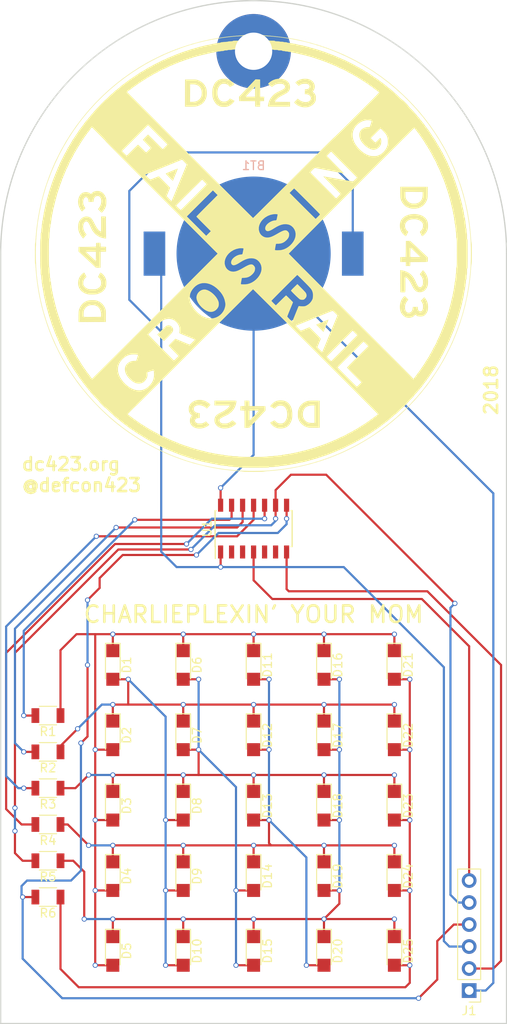
<source format=kicad_pcb>
(kicad_pcb (version 4) (host pcbnew 4.0.7)
  (layers (0 F.Cu signal) (31 B.Cu signal) (34 B.Paste user) (35 F.Paste user) (36 B.SilkS user) (37 F.SilkS user) (38 B.Mask user) (39 F.Mask user) (44 Edge.Cuts user))
  (net 0 "")
  (net 1 VCC)
  (net 2 GND)
  (net 3 /CA2)
  (net 4 /CA1)
  (net 5 /CA3)
  (net 6 /CA4)
  (net 7 /CA5)
  (net 8 /CA6)
  (net 9 /MOSI)
  (net 10 /TXI)
  (net 11 /RXI)
  (net 12 /RST)
  (net 13 "Net-(R1-Pad2)")
  (net 14 "Net-(R2-Pad2)")
  (net 15 "Net-(R3-Pad2)")
  (net 16 "Net-(R4-Pad2)")
  (net 17 "Net-(U1-Pad2)")
  (net 18 "Net-(U1-Pad3)")
  (net 19 "Net-(U1-Pad5)")
  (net 20 "Net-(U1-Pad6)")
  (module LEDs:LED_1206 (layer F.Cu) (at 131.064 121.666 270)
    (fp_text reference D1 (at 0 -1.6 270) (layer F.SilkS))
    (fp_text value LED)
    (pad 2 smd rect (at 1.65 0 90) (size 1.5 1.5) (layers F.Cu F.Paste F.Mask) (net 3 /CA2))
    (pad 1 smd rect (at -1.65 0 90) (size 1.5 1.5) (layers F.Cu F.Paste F.Mask) (net 4 /CA1))
  )
  (module LEDs:LED_1206 (layer F.Cu) (at 131.064 129.794 270)
    (fp_text reference D2 (at 0 -1.6 270) (layer F.SilkS))
    (fp_text value LED)
    (pad 2 smd rect (at 1.65 0 90) (size 1.5 1.5) (layers F.Cu F.Paste F.Mask) (net 4 /CA1))
    (pad 1 smd rect (at -1.65 0 90) (size 1.5 1.5) (layers F.Cu F.Paste F.Mask) (net 3 /CA2))
  )
  (module LEDs:LED_1206 (layer F.Cu) (at 131.064 137.922 270)
    (fp_text reference D3 (at 0 -1.6 270) (layer F.SilkS))
    (fp_text value LED)
    (pad 2 smd rect (at 1.65 0 90) (size 1.5 1.5) (layers F.Cu F.Paste F.Mask) (net 4 /CA1))
    (pad 1 smd rect (at -1.65 0 90) (size 1.5 1.5) (layers F.Cu F.Paste F.Mask) (net 5 /CA3))
  )
  (module LEDs:LED_1206 (layer F.Cu) (at 131.064 146.05 270)
    (fp_text reference D4 (at 0 -1.6 270) (layer F.SilkS))
    (fp_text value LED)
    (pad 2 smd rect (at 1.65 0 90) (size 1.5 1.5) (layers F.Cu F.Paste F.Mask) (net 4 /CA1))
    (pad 1 smd rect (at -1.65 0 90) (size 1.5 1.5) (layers F.Cu F.Paste F.Mask) (net 6 /CA4))
  )
  (module LEDs:LED_1206 (layer F.Cu) (at 131.064 154.686 270)
    (fp_text reference D5 (at 0 -1.6 270) (layer F.SilkS))
    (fp_text value LED)
    (pad 2 smd rect (at 1.65 0 90) (size 1.5 1.5) (layers F.Cu F.Paste F.Mask) (net 4 /CA1))
    (pad 1 smd rect (at -1.65 0 90) (size 1.5 1.5) (layers F.Cu F.Paste F.Mask) (net 7 /CA5))
  )
  (module LEDs:LED_1206 (layer F.Cu) (at 139.192 121.666 270)
    (fp_text reference D6 (at 0 -1.6 270) (layer F.SilkS))
    (fp_text value LED)
    (pad 2 smd rect (at 1.65 0 90) (size 1.5 1.5) (layers F.Cu F.Paste F.Mask) (net 5 /CA3))
    (pad 1 smd rect (at -1.65 0 90) (size 1.5 1.5) (layers F.Cu F.Paste F.Mask) (net 4 /CA1))
  )
  (module LEDs:LED_1206 (layer F.Cu) (at 139.192 129.794 270)
    (fp_text reference D7 (at 0 -1.6 270) (layer F.SilkS))
    (fp_text value LED)
    (pad 2 smd rect (at 1.65 0 90) (size 1.5 1.5) (layers F.Cu F.Paste F.Mask) (net 5 /CA3))
    (pad 1 smd rect (at -1.65 0 90) (size 1.5 1.5) (layers F.Cu F.Paste F.Mask) (net 3 /CA2))
  )
  (module LEDs:LED_1206 (layer F.Cu) (at 139.192 137.922 270)
    (fp_text reference D8 (at 0 -1.6 270) (layer F.SilkS))
    (fp_text value LED)
    (pad 2 smd rect (at 1.65 0 90) (size 1.5 1.5) (layers F.Cu F.Paste F.Mask) (net 3 /CA2))
    (pad 1 smd rect (at -1.65 0 90) (size 1.5 1.5) (layers F.Cu F.Paste F.Mask) (net 5 /CA3))
  )
  (module LEDs:LED_1206 (layer F.Cu) (at 139.192 146.05 270)
    (fp_text reference D9 (at 0 -1.6 270) (layer F.SilkS))
    (fp_text value LED)
    (pad 2 smd rect (at 1.65 0 90) (size 1.5 1.5) (layers F.Cu F.Paste F.Mask) (net 3 /CA2))
    (pad 1 smd rect (at -1.65 0 90) (size 1.5 1.5) (layers F.Cu F.Paste F.Mask) (net 6 /CA4))
  )
  (module LEDs:LED_1206 (layer F.Cu) (at 139.192 154.686 270)
    (fp_text reference D10 (at 0 -1.6 270) (layer F.SilkS))
    (fp_text value LED)
    (pad 2 smd rect (at 1.65 0 90) (size 1.5 1.5) (layers F.Cu F.Paste F.Mask) (net 3 /CA2))
    (pad 1 smd rect (at -1.65 0 90) (size 1.5 1.5) (layers F.Cu F.Paste F.Mask) (net 7 /CA5))
  )
  (module LEDs:LED_1206 (layer F.Cu) (at 147.32 121.666 270)
    (fp_text reference D11 (at 0 -1.6 270) (layer F.SilkS))
    (fp_text value LED)
    (pad 2 smd rect (at 1.65 0 90) (size 1.5 1.5) (layers F.Cu F.Paste F.Mask) (net 6 /CA4))
    (pad 1 smd rect (at -1.65 0 90) (size 1.5 1.5) (layers F.Cu F.Paste F.Mask) (net 4 /CA1))
  )
  (module LEDs:LED_1206 (layer F.Cu) (at 147.32 129.794 270)
    (fp_text reference D12 (at 0 -1.6 270) (layer F.SilkS))
    (fp_text value LED)
    (pad 2 smd rect (at 1.65 0 90) (size 1.5 1.5) (layers F.Cu F.Paste F.Mask) (net 6 /CA4))
    (pad 1 smd rect (at -1.65 0 90) (size 1.5 1.5) (layers F.Cu F.Paste F.Mask) (net 3 /CA2))
  )
  (module LEDs:LED_1206 (layer F.Cu) (at 147.32 137.922 270)
    (fp_text reference D13 (at 0 -1.6 270) (layer F.SilkS))
    (fp_text value LED)
    (pad 2 smd rect (at 1.65 0 90) (size 1.5 1.5) (layers F.Cu F.Paste F.Mask) (net 6 /CA4))
    (pad 1 smd rect (at -1.65 0 90) (size 1.5 1.5) (layers F.Cu F.Paste F.Mask) (net 5 /CA3))
  )
  (module LEDs:LED_1206 (layer F.Cu) (at 147.32 146.05 270)
    (fp_text reference D14 (at 0 -1.6 270) (layer F.SilkS))
    (fp_text value LED)
    (pad 2 smd rect (at 1.65 0 90) (size 1.5 1.5) (layers F.Cu F.Paste F.Mask) (net 5 /CA3))
    (pad 1 smd rect (at -1.65 0 90) (size 1.5 1.5) (layers F.Cu F.Paste F.Mask) (net 6 /CA4))
  )
  (module LEDs:LED_1206 (layer F.Cu) (at 147.32 154.686 270)
    (fp_text reference D15 (at 0 -1.6 270) (layer F.SilkS))
    (fp_text value LED)
    (pad 2 smd rect (at 1.65 0 90) (size 1.5 1.5) (layers F.Cu F.Paste F.Mask) (net 5 /CA3))
    (pad 1 smd rect (at -1.65 0 90) (size 1.5 1.5) (layers F.Cu F.Paste F.Mask) (net 7 /CA5))
  )
  (module LEDs:LED_1206 (layer F.Cu) (at 155.448 121.666 270)
    (fp_text reference D16 (at 0 -1.6 270) (layer F.SilkS))
    (fp_text value LED)
    (pad 2 smd rect (at 1.65 0 90) (size 1.5 1.5) (layers F.Cu F.Paste F.Mask) (net 7 /CA5))
    (pad 1 smd rect (at -1.65 0 90) (size 1.5 1.5) (layers F.Cu F.Paste F.Mask) (net 4 /CA1))
  )
  (module LEDs:LED_1206 (layer F.Cu) (at 155.448 129.794 270)
    (fp_text reference D17 (at 0 -1.6 270) (layer F.SilkS))
    (fp_text value LED)
    (pad 2 smd rect (at 1.65 0 90) (size 1.5 1.5) (layers F.Cu F.Paste F.Mask) (net 7 /CA5))
    (pad 1 smd rect (at -1.65 0 90) (size 1.5 1.5) (layers F.Cu F.Paste F.Mask) (net 3 /CA2))
  )
  (module LEDs:LED_1206 (layer F.Cu) (at 155.448 137.922 270)
    (fp_text reference D18 (at 0 -1.6 270) (layer F.SilkS))
    (fp_text value LED)
    (pad 2 smd rect (at 1.65 0 90) (size 1.5 1.5) (layers F.Cu F.Paste F.Mask) (net 7 /CA5))
    (pad 1 smd rect (at -1.65 0 90) (size 1.5 1.5) (layers F.Cu F.Paste F.Mask) (net 5 /CA3))
  )
  (module LEDs:LED_1206 (layer F.Cu) (at 155.448 146.05 270)
    (fp_text reference D19 (at 0 -1.6 270) (layer F.SilkS))
    (fp_text value LED)
    (pad 2 smd rect (at 1.65 0 90) (size 1.5 1.5) (layers F.Cu F.Paste F.Mask) (net 7 /CA5))
    (pad 1 smd rect (at -1.65 0 90) (size 1.5 1.5) (layers F.Cu F.Paste F.Mask) (net 6 /CA4))
  )
  (module LEDs:LED_1206 (layer F.Cu) (at 155.448 154.686 270)
    (fp_text reference D20 (at 0 -1.6 270) (layer F.SilkS))
    (fp_text value LED)
    (pad 2 smd rect (at 1.65 0 90) (size 1.5 1.5) (layers F.Cu F.Paste F.Mask) (net 6 /CA4))
    (pad 1 smd rect (at -1.65 0 90) (size 1.5 1.5) (layers F.Cu F.Paste F.Mask) (net 7 /CA5))
  )
  (module LEDs:LED_1206 (layer F.Cu) (at 163.576 121.666 270)
    (fp_text reference D21 (at 0 -1.6 270) (layer F.SilkS))
    (fp_text value LED)
    (pad 2 smd rect (at 1.65 0 90) (size 1.5 1.5) (layers F.Cu F.Paste F.Mask) (net 8 /CA6))
    (pad 1 smd rect (at -1.65 0 90) (size 1.5 1.5) (layers F.Cu F.Paste F.Mask) (net 4 /CA1))
  )
  (module LEDs:LED_1206 (layer F.Cu) (at 163.576 129.794 270)
    (fp_text reference D22 (at 0 -1.6 450) (layer F.SilkS))
    (fp_text value LED)
    (pad 2 smd rect (at 1.65 0 90) (size 1.5 1.5) (layers F.Cu F.Paste F.Mask) (net 8 /CA6))
    (pad 1 smd rect (at -1.65 0 90) (size 1.5 1.5) (layers F.Cu F.Paste F.Mask) (net 3 /CA2))
  )
  (module LEDs:LED_1206 (layer F.Cu) (at 163.576 137.922 270)
    (fp_text reference D23 (at 0 -1.6 270) (layer F.SilkS))
    (fp_text value LED)
    (pad 2 smd rect (at 1.65 0 90) (size 1.5 1.5) (layers F.Cu F.Paste F.Mask) (net 8 /CA6))
    (pad 1 smd rect (at -1.65 0 90) (size 1.5 1.5) (layers F.Cu F.Paste F.Mask) (net 5 /CA3))
  )
  (module LEDs:LED_1206 (layer F.Cu) (at 163.576 146.05 270)
    (fp_text reference D24 (at 0 -1.6 270) (layer F.SilkS))
    (fp_text value LED)
    (pad 2 smd rect (at 1.65 0 90) (size 1.5 1.5) (layers F.Cu F.Paste F.Mask) (net 8 /CA6))
    (pad 1 smd rect (at -1.65 0 90) (size 1.5 1.5) (layers F.Cu F.Paste F.Mask) (net 6 /CA4))
  )
  (module LEDs:LED_1206 (layer F.Cu) (at 163.576 154.686 270)
    (fp_text reference D25 (at 0 -1.6 270) (layer F.SilkS))
    (fp_text value LED)
    (pad 2 smd rect (at 1.65 0 90) (size 1.5 1.5) (layers F.Cu F.Paste F.Mask) (net 8 /CA6))
    (pad 1 smd rect (at -1.65 0 90) (size 1.5 1.5) (layers F.Cu F.Paste F.Mask) (net 7 /CA5))
  )
  (module Pin_Headers:Pin_Header_Straight_1x06_Pitch2.54mm (layer F.Cu) (at 172.212 159.258 180)
    (fp_text reference J1 (at 0 -2.33 180) (layer F.SilkS))
    (fp_text value "ISP Conn")
    (pad 1 thru_hole rect (at 0 0 180) (size 1.7 1.7) (drill 1) (layers *.Cu *.Mask) (net 2 GND))
    (pad 2 thru_hole oval (at 0 2.54 180) (size 1.7 1.7) (drill 1) (layers *.Cu *.Mask) (net 9 /MOSI))
    (pad 3 thru_hole oval (at 0 5.08 180) (size 1.7 1.7) (drill 1) (layers *.Cu *.Mask) (net 1 VCC))
    (pad 4 thru_hole oval (at 0 7.62 180) (size 1.7 1.7) (drill 1) (layers *.Cu *.Mask) (net 10 /TXI))
    (pad 5 thru_hole oval (at 0 10.16 180) (size 1.7 1.7) (drill 1) (layers *.Cu *.Mask) (net 11 /RXI))
    (pad 6 thru_hole oval (at 0 12.7 180) (size 1.7 1.7) (drill 1) (layers *.Cu *.Mask) (net 12 /RST))
  )
  (module Resistors_SMD:R_1206 (layer F.Cu) (at 123.571 127.508 180)
    (fp_text reference R1 (at 0 -1.85 180) (layer F.SilkS))
    (fp_text value 100)
    (pad 1 smd rect (at -1.45 0 180) (size 0.9 1.7) (layers F.Cu F.Paste F.Mask) (net 4 /CA1))
    (pad 2 smd rect (at 1.45 0 180) (size 0.9 1.7) (layers F.Cu F.Paste F.Mask) (net 13 "Net-(R1-Pad2)"))
  )
  (module Resistors_SMD:R_1206 (layer F.Cu) (at 123.571 131.699 180)
    (fp_text reference R2 (at 0 -1.85 180) (layer F.SilkS))
    (fp_text value 100)
    (pad 1 smd rect (at -1.45 0 180) (size 0.9 1.7) (layers F.Cu F.Paste F.Mask) (net 3 /CA2))
    (pad 2 smd rect (at 1.45 0 180) (size 0.9 1.7) (layers F.Cu F.Paste F.Mask) (net 14 "Net-(R2-Pad2)"))
  )
  (module Resistors_SMD:R_1206 (layer F.Cu) (at 123.571 135.89 180)
    (fp_text reference R3 (at 0 -1.85 180) (layer F.SilkS))
    (fp_text value 100)
    (pad 1 smd rect (at -1.45 0 180) (size 0.9 1.7) (layers F.Cu F.Paste F.Mask) (net 5 /CA3))
    (pad 2 smd rect (at 1.45 0 180) (size 0.9 1.7) (layers F.Cu F.Paste F.Mask) (net 15 "Net-(R3-Pad2)"))
  )
  (module Resistors_SMD:R_1206 (layer F.Cu) (at 123.571 140.081 180)
    (fp_text reference R4 (at 0 -1.85 180) (layer F.SilkS))
    (fp_text value 100)
    (pad 1 smd rect (at -1.45 0 180) (size 0.9 1.7) (layers F.Cu F.Paste F.Mask) (net 6 /CA4))
    (pad 2 smd rect (at 1.45 0 180) (size 0.9 1.7) (layers F.Cu F.Paste F.Mask) (net 16 "Net-(R4-Pad2)"))
  )
  (module Resistors_SMD:R_1206 (layer F.Cu) (at 123.571 144.272 180)
    (fp_text reference R5 (at 0 -1.85 180) (layer F.SilkS))
    (fp_text value 100)
    (pad 1 smd rect (at -1.45 0 180) (size 0.9 1.7) (layers F.Cu F.Paste F.Mask) (net 7 /CA5))
    (pad 2 smd rect (at 1.45 0 180) (size 0.9 1.7) (layers F.Cu F.Paste F.Mask) (net 11 /RXI))
  )
  (module Resistors_SMD:R_1206 (layer F.Cu) (at 123.571 148.463 180)
    (fp_text reference R6 (at 0 -1.85 180) (layer F.SilkS))
    (fp_text value 100)
    (pad 1 smd rect (at -1.45 0 180) (size 0.9 1.7) (layers F.Cu F.Paste F.Mask) (net 8 /CA6))
    (pad 2 smd rect (at 1.45 0 180) (size 0.9 1.7) (layers F.Cu F.Paste F.Mask) (net 10 /TXI))
  )
  (module Housings_SOIC:SOIC-14_3.9x8.7mm_Pitch1.27mm (layer F.Cu) (at 147.32 105.918 90)
    (fp_text reference U1 (at 0 -5.375 90) (layer F.SilkS))
    (fp_text value ATTINY841-SSU)
    (pad 1 smd rect (at -2.7 -3.81 90) (size 1.5 0.6) (layers F.Cu F.Paste F.Mask) (net 1 VCC))
    (pad 2 smd rect (at -2.7 -2.54 90) (size 1.5 0.6) (layers F.Cu F.Paste F.Mask) (net 17 "Net-(U1-Pad2)"))
    (pad 3 smd rect (at -2.7 -1.27 90) (size 1.5 0.6) (layers F.Cu F.Paste F.Mask) (net 18 "Net-(U1-Pad3)"))
    (pad 4 smd rect (at -2.7 0 90) (size 1.5 0.6) (layers F.Cu F.Paste F.Mask) (net 12 /RST))
    (pad 5 smd rect (at -2.7 1.27 90) (size 1.5 0.6) (layers F.Cu F.Paste F.Mask) (net 19 "Net-(U1-Pad5)"))
    (pad 6 smd rect (at -2.7 2.54 90) (size 1.5 0.6) (layers F.Cu F.Paste F.Mask) (net 20 "Net-(U1-Pad6)"))
    (pad 7 smd rect (at -2.7 3.81 90) (size 1.5 0.6) (layers F.Cu F.Paste F.Mask) (net 9 /MOSI))
    (pad 8 smd rect (at 2.7 3.81 90) (size 1.5 0.6) (layers F.Cu F.Paste F.Mask) (net 10 /TXI))
    (pad 9 smd rect (at 2.7 2.54 90) (size 1.5 0.6) (layers F.Cu F.Paste F.Mask) (net 11 /RXI))
    (pad 10 smd rect (at 2.7 1.27 90) (size 1.5 0.6) (layers F.Cu F.Paste F.Mask) (net 16 "Net-(R4-Pad2)"))
    (pad 11 smd rect (at 2.7 0 90) (size 1.5 0.6) (layers F.Cu F.Paste F.Mask) (net 15 "Net-(R3-Pad2)"))
    (pad 12 smd rect (at 2.7 -1.27 90) (size 1.5 0.6) (layers F.Cu F.Paste F.Mask) (net 14 "Net-(R2-Pad2)"))
    (pad 13 smd rect (at 2.7 -2.54 90) (size 1.5 0.6) (layers F.Cu F.Paste F.Mask) (net 13 "Net-(R1-Pad2)"))
    (pad 14 smd rect (at 2.7 -3.81 90) (size 1.5 0.6) (layers F.Cu F.Paste F.Mask) (net 2 GND))
  )
  (module FailRail:failrail_2x2 (layer F.Cu) (at 147.32 74.168)
    (fp_text reference F*** hide)
    (fp_text value FRail hide)
  )
  (module Mounting_Holes:MountingHole_4.3mm_M4_Pad (layer F.Cu) (at 147.32 50.8)
    (fp_text reference "" (at 0 -5.3) (layer F.SilkS))
    (fp_text value "")
    (pad 1 thru_hole circle (at 0 0) (size 8.6 8.6) (drill 4.3) (layers *.Cu *.Mask))
  )
  (module LinxBatHold:linx-bat-hld-001 (layer B.Cu) (at 147.32 74.168)
    (fp_text reference BT1 (at 0 -10.16) (layer B.SilkS) (effects (justify mirror)))
    (fp_text value CR2032 hide)
    (pad 2 smd circle (at 0 0) (size 17.8 17.8) (layers B.Cu B.Paste B.Mask) (net 2 GND))
    (pad 1 smd rect (at -11.45 0) (size 2.5 5.1) (layers B.Cu B.Paste B.Mask) (net 1 VCC))
    (pad 1 smd rect (at 11.45 0) (size 2.5 5.1) (layers B.Cu B.Paste B.Mask) (net 1 VCC))
  )
  (gr_text 2018 (at 174.752 92.964 90) (layer F.SilkS) (effects (font (size 1.5 1.5) (thickness 0.3)) (justify left)))
  (gr_text "dc423.org\n@defcon423" (at 120.396 99.695) (layer F.SilkS) (effects (font (size 1.5 1.5) (thickness 0.3)) (justify left)))
  (gr_text "CHARLIEPLEXIN' YOUR MOM" (at 147.32 115.824) (layer F.SilkS) (effects (font (size 1.905 1.905) (thickness 0.3))))
  (gr_line (start 176.53 163.068) (end 176.53 74.168) (angle 90) (layer Edge.Cuts) (width 0.15))
  (gr_line (start 118.11 163.068) (end 176.53 163.068) (angle 90) (layer Edge.Cuts) (width 0.15))
  (gr_line (start 118.11 74.168) (end 118.11 163.068) (angle 90) (layer Edge.Cuts) (width 0.15))
  (gr_arc (start 147.32 74.168) (end 147.32 44.958) (angle 90) (layer Edge.Cuts) (width 0.15))
  (gr_arc (start 147.32 74.168) (end 118.11 74.168) (angle 90) (layer Edge.Cuts) (width 0.15))
  (segment (start 158.77 74.168) (end 158.77 66.314) (width 0.25) (layer B.Cu) (net 1))
  (segment (start 132.969 79.502) (end 136.652 83.185) (width 0.25) (layer B.Cu) (net 1))
  (segment (start 132.969 66.929) (end 132.969 79.502) (width 0.25) (layer B.Cu) (net 1))
  (segment (start 137.414 62.484) (end 132.969 66.929) (width 0.25) (layer B.Cu) (net 1))
  (segment (start 154.94 62.484) (end 137.414 62.484) (width 0.25) (layer B.Cu) (net 1))
  (segment (start 158.77 66.314) (end 154.94 62.484) (width 0.25) (layer B.Cu) (net 1))
  (segment (start 143.51 110.363) (end 138.43 110.363) (width 0.25) (layer B.Cu) (net 1))
  (segment (start 136.652 108.585) (end 136.652 83.185) (width 0.25) (layer B.Cu) (net 1))
  (segment (start 136.652 83.185) (end 136.652 74.95) (width 0.25) (layer B.Cu) (net 1))
  (segment (start 138.43 110.363) (end 136.652 108.585) (width 0.25) (layer B.Cu) (net 1))
  (segment (start 136.652 74.95) (end 135.87 74.168) (width 0.25) (layer B.Cu) (net 1))
  (segment (start 143.51 110.363) (end 157.734 110.363) (width 0.25) (layer B.Cu) (net 1))
  (segment (start 169.926 154.178) (end 172.212 154.178) (width 0.25) (layer B.Cu) (net 1))
  (segment (start 169.291 153.543) (end 169.926 154.178) (width 0.25) (layer B.Cu) (net 1))
  (segment (start 169.291 121.92) (end 169.291 153.543) (width 0.25) (layer B.Cu) (net 1))
  (segment (start 157.734 110.363) (end 169.291 121.92) (width 0.25) (layer B.Cu) (net 1))
  (segment (start 143.51 108.618) (end 143.51 110.363) (width 0.25) (layer F.Cu) (net 1))
  (via (at 143.51 110.363) (size 0.6) (drill 0.4) (layers F.Cu B.Cu) (net 1))
  (segment (start 172.212 159.258) (end 174.117 159.258) (width 0.25) (layer B.Cu) (net 2))
  (segment (start 175.006 101.854) (end 147.32 74.168) (width 0.25) (layer B.Cu) (net 2))
  (segment (start 175.006 158.369) (end 175.006 101.854) (width 0.25) (layer B.Cu) (net 2))
  (segment (start 174.117 159.258) (end 175.006 158.369) (width 0.25) (layer B.Cu) (net 2))
  (segment (start 143.51 103.218) (end 143.51 101.219) (width 0.25) (layer F.Cu) (net 2))
  (segment (start 147.32 97.409) (end 147.32 74.168) (width 0.25) (layer B.Cu) (net 2))
  (segment (start 143.51 101.219) (end 147.32 97.409) (width 0.25) (layer B.Cu) (net 2))
  (via (at 143.51 101.219) (size 0.6) (drill 0.4) (layers F.Cu B.Cu) (net 2))
  (segment (start 137.16 139.573) (end 137.16 127.635) (width 0.25) (layer B.Cu) (net 3))
  (via (at 132.842 123.317) (size 0.6) (drill 0.4) (layers F.Cu B.Cu) (net 3))
  (segment (start 137.16 127.635) (end 132.842 123.317) (width 0.25) (layer B.Cu) (net 3))
  (segment (start 137.16 147.701) (end 137.16 156.337) (width 0.25) (layer B.Cu) (net 3))
  (segment (start 137.161 156.336) (end 137.16 156.337) (width 0.25) (layer F.Cu) (net 3))
  (via (at 137.16 156.337) (size 0.6) (drill 0.4) (layers F.Cu B.Cu) (net 3))
  (segment (start 137.161 156.336) (end 139.192 156.336) (width 0.25) (layer F.Cu) (net 3))
  (segment (start 137.16 147.701) (end 137.16 139.573) (width 0.25) (layer B.Cu) (net 3))
  (segment (start 125.021 131.699) (end 125.021 131.011) (width 0.25) (layer F.Cu) (net 3))
  (segment (start 125.021 131.011) (end 127 129.032) (width 0.25) (layer F.Cu) (net 3))
  (via (at 127 129.032) (size 0.6) (drill 0.4) (layers F.Cu B.Cu) (net 3))
  (segment (start 127 129.032) (end 129.794 126.238) (width 0.25) (layer B.Cu) (net 3))
  (segment (start 129.794 126.238) (end 131.064 126.238) (width 0.25) (layer B.Cu) (net 3))
  (segment (start 132.842 126.238) (end 132.842 123.317) (width 0.25) (layer F.Cu) (net 3))
  (segment (start 132.841 123.316) (end 131.064 123.316) (width 0.25) (layer F.Cu) (net 3))
  (segment (start 132.841 123.316) (end 132.842 123.317) (width 0.25) (layer F.Cu) (net 3))
  (segment (start 139.192 126.238) (end 132.842 126.238) (width 0.25) (layer F.Cu) (net 3))
  (segment (start 132.842 126.238) (end 131.064 126.238) (width 0.25) (layer F.Cu) (net 3))
  (via (at 131.064 126.238) (size 0.6) (drill 0.4) (layers F.Cu B.Cu) (net 3))
  (segment (start 131.064 126.238) (end 131.064 128.144) (width 0.25) (layer F.Cu) (net 3))
  (via (at 139.192 126.238) (size 0.6) (drill 0.4) (layers F.Cu B.Cu) (net 3))
  (segment (start 139.192 126.238) (end 147.32 126.238) (width 0.25) (layer F.Cu) (net 3))
  (segment (start 147.32 126.238) (end 155.448 126.238) (width 0.25) (layer F.Cu) (net 3))
  (segment (start 155.448 126.238) (end 163.576 126.238) (width 0.25) (layer F.Cu) (net 3))
  (segment (start 139.192 139.572) (end 137.161 139.572) (width 0.25) (layer F.Cu) (net 3))
  (via (at 137.16 139.573) (size 0.6) (drill 0.4) (layers F.Cu B.Cu) (net 3))
  (segment (start 137.161 139.572) (end 137.16 139.573) (width 0.25) (layer F.Cu) (net 3))
  (segment (start 139.192 147.7) (end 137.161 147.7) (width 0.25) (layer F.Cu) (net 3))
  (via (at 137.16 147.701) (size 0.6) (drill 0.4) (layers F.Cu B.Cu) (net 3))
  (segment (start 137.161 147.7) (end 137.16 147.701) (width 0.25) (layer F.Cu) (net 3))
  (segment (start 163.576 128.144) (end 163.576 126.238) (width 0.25) (layer F.Cu) (net 3))
  (via (at 163.576 126.238) (size 0.6) (drill 0.4) (layers F.Cu B.Cu) (net 3))
  (segment (start 155.448 128.144) (end 155.448 126.238) (width 0.25) (layer F.Cu) (net 3))
  (via (at 155.448 126.238) (size 0.6) (drill 0.4) (layers F.Cu B.Cu) (net 3))
  (segment (start 147.32 128.144) (end 147.32 126.238) (width 0.25) (layer F.Cu) (net 3))
  (via (at 147.32 126.238) (size 0.6) (drill 0.4) (layers F.Cu B.Cu) (net 3))
  (segment (start 139.192 128.144) (end 139.192 126.238) (width 0.25) (layer F.Cu) (net 3))
  (segment (start 129.032 118.11) (end 131.064 118.11) (width 0.25) (layer F.Cu) (net 4))
  (via (at 131.064 118.11) (size 0.6) (drill 0.4) (layers F.Cu B.Cu) (net 4))
  (segment (start 131.064 120.016) (end 131.064 118.11) (width 0.25) (layer F.Cu) (net 4))
  (via (at 139.192 118.11) (size 0.6) (drill 0.4) (layers F.Cu B.Cu) (net 4))
  (segment (start 131.064 118.11) (end 139.192 118.11) (width 0.25) (layer F.Cu) (net 4))
  (segment (start 139.192 120.016) (end 139.192 118.11) (width 0.25) (layer F.Cu) (net 4))
  (segment (start 129.032 131.445) (end 129.032 139.573) (width 0.25) (layer F.Cu) (net 4))
  (via (at 129.032 139.573) (size 0.6) (drill 0.4) (layers F.Cu B.Cu) (net 4))
  (segment (start 129.033 139.572) (end 129.032 139.573) (width 0.25) (layer F.Cu) (net 4))
  (segment (start 131.064 139.572) (end 129.033 139.572) (width 0.25) (layer F.Cu) (net 4))
  (via (at 129.032 147.701) (size 0.6) (drill 0.4) (layers F.Cu B.Cu) (net 4))
  (segment (start 129.032 139.573) (end 129.032 147.701) (width 0.25) (layer F.Cu) (net 4))
  (via (at 129.032 131.445) (size 0.6) (drill 0.4) (layers F.Cu B.Cu) (net 4))
  (segment (start 129.032 147.701) (end 129.032 156.337) (width 0.25) (layer F.Cu) (net 4))
  (segment (start 129.032 118.11) (end 129.032 131.445) (width 0.25) (layer F.Cu) (net 4))
  (segment (start 129.033 131.444) (end 129.032 131.445) (width 0.25) (layer F.Cu) (net 4))
  (segment (start 129.033 131.444) (end 131.064 131.444) (width 0.25) (layer F.Cu) (net 4))
  (segment (start 125.021 127.508) (end 125.021 119.962) (width 0.25) (layer F.Cu) (net 4))
  (segment (start 126.873 118.11) (end 129.032 118.11) (width 0.25) (layer F.Cu) (net 4))
  (segment (start 125.021 119.962) (end 126.873 118.11) (width 0.25) (layer F.Cu) (net 4))
  (segment (start 139.192 118.11) (end 147.32 118.11) (width 0.25) (layer F.Cu) (net 4))
  (segment (start 147.32 118.11) (end 155.448 118.11) (width 0.25) (layer F.Cu) (net 4))
  (segment (start 155.448 118.11) (end 163.576 118.11) (width 0.25) (layer F.Cu) (net 4))
  (segment (start 131.064 147.7) (end 129.033 147.7) (width 0.25) (layer F.Cu) (net 4))
  (segment (start 129.033 147.7) (end 129.032 147.701) (width 0.25) (layer F.Cu) (net 4))
  (segment (start 131.064 156.336) (end 129.033 156.336) (width 0.25) (layer F.Cu) (net 4))
  (via (at 129.032 156.337) (size 0.6) (drill 0.4) (layers F.Cu B.Cu) (net 4))
  (segment (start 129.033 156.336) (end 129.032 156.337) (width 0.25) (layer F.Cu) (net 4))
  (segment (start 163.576 120.016) (end 163.576 118.11) (width 0.25) (layer F.Cu) (net 4))
  (via (at 163.576 118.11) (size 0.6) (drill 0.4) (layers F.Cu B.Cu) (net 4))
  (segment (start 155.448 120.016) (end 155.448 118.11) (width 0.25) (layer F.Cu) (net 4))
  (via (at 155.448 118.11) (size 0.6) (drill 0.4) (layers F.Cu B.Cu) (net 4))
  (segment (start 147.32 120.016) (end 147.32 118.11) (width 0.25) (layer F.Cu) (net 4))
  (via (at 147.32 118.11) (size 0.6) (drill 0.4) (layers F.Cu B.Cu) (net 4))
  (segment (start 145.288 147.701) (end 145.288 135.763) (width 0.25) (layer B.Cu) (net 5))
  (segment (start 145.288 135.763) (end 140.97 131.445) (width 0.25) (layer B.Cu) (net 5))
  (segment (start 145.288 156.337) (end 145.288 147.701) (width 0.25) (layer B.Cu) (net 5))
  (segment (start 145.289 156.336) (end 145.288 156.337) (width 0.25) (layer F.Cu) (net 5))
  (via (at 145.288 156.337) (size 0.6) (drill 0.4) (layers F.Cu B.Cu) (net 5))
  (segment (start 147.32 156.336) (end 145.289 156.336) (width 0.25) (layer F.Cu) (net 5))
  (segment (start 145.289 147.7) (end 145.288 147.701) (width 0.25) (layer F.Cu) (net 5))
  (via (at 145.288 147.701) (size 0.6) (drill 0.4) (layers F.Cu B.Cu) (net 5))
  (segment (start 145.289 147.7) (end 147.32 147.7) (width 0.25) (layer F.Cu) (net 5))
  (segment (start 140.97 131.445) (end 140.97 123.317) (width 0.25) (layer B.Cu) (net 5))
  (segment (start 140.969 123.316) (end 139.192 123.316) (width 0.25) (layer F.Cu) (net 5))
  (via (at 140.97 123.317) (size 0.6) (drill 0.4) (layers F.Cu B.Cu) (net 5))
  (segment (start 140.969 123.316) (end 140.97 123.317) (width 0.25) (layer F.Cu) (net 5))
  (via (at 140.97 131.445) (size 0.6) (drill 0.4) (layers F.Cu B.Cu) (net 5))
  (segment (start 125.021 135.89) (end 126.746 135.89) (width 0.25) (layer F.Cu) (net 5))
  (via (at 131.064 134.366) (size 0.6) (drill 0.4) (layers F.Cu B.Cu) (net 5))
  (segment (start 128.27 134.366) (end 131.064 134.366) (width 0.25) (layer B.Cu) (net 5))
  (via (at 128.27 134.366) (size 0.6) (drill 0.4) (layers F.Cu B.Cu) (net 5))
  (segment (start 126.746 135.89) (end 128.27 134.366) (width 0.25) (layer F.Cu) (net 5))
  (segment (start 140.97 134.366) (end 140.97 131.445) (width 0.25) (layer F.Cu) (net 5))
  (segment (start 140.969 131.444) (end 140.97 131.445) (width 0.25) (layer F.Cu) (net 5))
  (segment (start 140.969 131.444) (end 139.192 131.444) (width 0.25) (layer F.Cu) (net 5))
  (segment (start 139.192 134.366) (end 131.064 134.366) (width 0.25) (layer F.Cu) (net 5))
  (segment (start 131.064 134.366) (end 131.064 136.272) (width 0.25) (layer F.Cu) (net 5))
  (via (at 139.192 134.366) (size 0.6) (drill 0.4) (layers F.Cu B.Cu) (net 5))
  (segment (start 139.192 134.366) (end 140.97 134.366) (width 0.25) (layer F.Cu) (net 5))
  (segment (start 140.97 134.366) (end 147.32 134.366) (width 0.25) (layer F.Cu) (net 5))
  (segment (start 147.32 134.366) (end 155.448 134.366) (width 0.25) (layer F.Cu) (net 5))
  (segment (start 155.448 134.366) (end 163.576 134.366) (width 0.25) (layer F.Cu) (net 5))
  (segment (start 163.576 136.272) (end 163.576 134.366) (width 0.25) (layer F.Cu) (net 5))
  (via (at 163.576 134.366) (size 0.6) (drill 0.4) (layers F.Cu B.Cu) (net 5))
  (segment (start 155.448 136.272) (end 155.448 134.366) (width 0.25) (layer F.Cu) (net 5))
  (via (at 155.448 134.366) (size 0.6) (drill 0.4) (layers F.Cu B.Cu) (net 5))
  (segment (start 147.32 136.272) (end 147.32 134.366) (width 0.25) (layer F.Cu) (net 5))
  (via (at 147.32 134.366) (size 0.6) (drill 0.4) (layers F.Cu B.Cu) (net 5))
  (segment (start 139.192 136.272) (end 139.192 134.366) (width 0.25) (layer F.Cu) (net 5))
  (segment (start 130.682 135.89) (end 131.064 136.272) (width 0.25) (layer F.Cu) (net 5))
  (segment (start 153.416 156.337) (end 153.416 143.891) (width 0.25) (layer B.Cu) (net 6))
  (segment (start 153.417 156.336) (end 153.416 156.337) (width 0.25) (layer F.Cu) (net 6))
  (via (at 153.416 156.337) (size 0.6) (drill 0.4) (layers F.Cu B.Cu) (net 6))
  (segment (start 155.448 156.336) (end 153.417 156.336) (width 0.25) (layer F.Cu) (net 6))
  (segment (start 153.416 143.891) (end 149.098 139.573) (width 0.25) (layer B.Cu) (net 6))
  (segment (start 149.098 131.445) (end 149.098 139.573) (width 0.25) (layer B.Cu) (net 6))
  (via (at 149.098 139.573) (size 0.6) (drill 0.4) (layers F.Cu B.Cu) (net 6))
  (segment (start 149.098 123.317) (end 149.098 131.445) (width 0.25) (layer B.Cu) (net 6))
  (segment (start 149.097 131.444) (end 149.098 131.445) (width 0.25) (layer F.Cu) (net 6))
  (via (at 149.098 131.445) (size 0.6) (drill 0.4) (layers F.Cu B.Cu) (net 6))
  (segment (start 147.32 131.444) (end 149.097 131.444) (width 0.25) (layer F.Cu) (net 6))
  (segment (start 149.097 123.316) (end 149.098 123.317) (width 0.25) (layer F.Cu) (net 6))
  (via (at 149.098 123.317) (size 0.6) (drill 0.4) (layers F.Cu B.Cu) (net 6))
  (segment (start 149.097 123.316) (end 147.32 123.316) (width 0.25) (layer F.Cu) (net 6))
  (segment (start 151.257 142.494) (end 151.384 142.494) (width 0.25) (layer F.Cu) (net 6))
  (segment (start 151.384 142.494) (end 151.257 142.494) (width 0.25) (layer F.Cu) (net 6))
  (segment (start 125.021 140.081) (end 125.857 140.081) (width 0.25) (layer F.Cu) (net 6))
  (via (at 131.064 142.494) (size 0.6) (drill 0.4) (layers F.Cu B.Cu) (net 6))
  (segment (start 128.27 142.494) (end 131.064 142.494) (width 0.25) (layer B.Cu) (net 6))
  (via (at 128.27 142.494) (size 0.6) (drill 0.4) (layers F.Cu B.Cu) (net 6))
  (segment (start 125.857 140.081) (end 128.27 142.494) (width 0.25) (layer F.Cu) (net 6))
  (segment (start 149.098 139.573) (end 149.098 142.24) (width 0.25) (layer F.Cu) (net 6))
  (segment (start 149.098 142.24) (end 149.352 142.494) (width 0.25) (layer F.Cu) (net 6))
  (segment (start 149.097 139.572) (end 149.098 139.573) (width 0.25) (layer F.Cu) (net 6))
  (segment (start 147.32 139.572) (end 149.097 139.572) (width 0.25) (layer F.Cu) (net 6))
  (segment (start 139.192 142.494) (end 131.064 142.494) (width 0.25) (layer F.Cu) (net 6))
  (segment (start 131.064 142.494) (end 131.064 144.4) (width 0.25) (layer F.Cu) (net 6))
  (via (at 139.192 142.494) (size 0.6) (drill 0.4) (layers F.Cu B.Cu) (net 6))
  (segment (start 139.192 142.494) (end 147.32 142.494) (width 0.25) (layer F.Cu) (net 6))
  (segment (start 147.32 142.494) (end 149.352 142.494) (width 0.25) (layer F.Cu) (net 6))
  (segment (start 149.352 142.494) (end 151.257 142.494) (width 0.25) (layer F.Cu) (net 6))
  (segment (start 151.257 142.494) (end 155.448 142.494) (width 0.25) (layer F.Cu) (net 6))
  (segment (start 155.448 142.494) (end 163.576 142.494) (width 0.25) (layer F.Cu) (net 6))
  (segment (start 163.576 144.4) (end 163.576 142.494) (width 0.25) (layer F.Cu) (net 6))
  (via (at 163.576 142.494) (size 0.6) (drill 0.4) (layers F.Cu B.Cu) (net 6))
  (segment (start 155.448 144.4) (end 155.448 142.494) (width 0.25) (layer F.Cu) (net 6))
  (via (at 155.448 142.494) (size 0.6) (drill 0.4) (layers F.Cu B.Cu) (net 6))
  (segment (start 147.32 144.4) (end 147.32 142.494) (width 0.25) (layer F.Cu) (net 6))
  (via (at 147.32 142.494) (size 0.6) (drill 0.4) (layers F.Cu B.Cu) (net 6))
  (segment (start 139.192 144.4) (end 139.192 142.494) (width 0.25) (layer F.Cu) (net 6))
  (segment (start 155.448 151.003) (end 157.226 149.225) (width 0.25) (layer F.Cu) (net 7))
  (via (at 155.448 151.003) (size 0.6) (drill 0.4) (layers F.Cu B.Cu) (net 7))
  (segment (start 157.226 149.225) (end 157.226 147.701) (width 0.25) (layer F.Cu) (net 7))
  (segment (start 155.448 147.7) (end 157.225 147.7) (width 0.25) (layer F.Cu) (net 7))
  (segment (start 157.225 147.7) (end 157.226 147.701) (width 0.25) (layer F.Cu) (net 7))
  (segment (start 155.448 153.036) (end 155.448 151.003) (width 0.25) (layer F.Cu) (net 7))
  (segment (start 157.226 131.445) (end 157.226 123.317) (width 0.25) (layer B.Cu) (net 7))
  (segment (start 157.225 123.316) (end 157.226 123.317) (width 0.25) (layer F.Cu) (net 7))
  (via (at 157.226 123.317) (size 0.6) (drill 0.4) (layers F.Cu B.Cu) (net 7))
  (segment (start 157.225 123.316) (end 155.448 123.316) (width 0.25) (layer F.Cu) (net 7))
  (segment (start 157.226 131.445) (end 157.226 139.573) (width 0.25) (layer B.Cu) (net 7))
  (segment (start 157.226 139.573) (end 157.226 147.701) (width 0.25) (layer B.Cu) (net 7))
  (via (at 157.226 147.701) (size 0.6) (drill 0.4) (layers F.Cu B.Cu) (net 7))
  (segment (start 125.021 144.272) (end 126.492 144.272) (width 0.25) (layer F.Cu) (net 7))
  (via (at 131.064 151.003) (size 0.6) (drill 0.4) (layers F.Cu B.Cu) (net 7))
  (segment (start 127.762 151.003) (end 131.064 151.003) (width 0.25) (layer B.Cu) (net 7))
  (via (at 127.762 151.003) (size 0.6) (drill 0.4) (layers F.Cu B.Cu) (net 7))
  (segment (start 127.762 145.542) (end 127.762 151.003) (width 0.25) (layer F.Cu) (net 7))
  (segment (start 126.492 144.272) (end 127.762 145.542) (width 0.25) (layer F.Cu) (net 7))
  (segment (start 139.192 151.003) (end 131.064 151.003) (width 0.25) (layer F.Cu) (net 7))
  (segment (start 131.064 151.003) (end 131.064 153.036) (width 0.25) (layer F.Cu) (net 7))
  (via (at 139.192 151.003) (size 0.6) (drill 0.4) (layers F.Cu B.Cu) (net 7))
  (segment (start 139.192 151.003) (end 147.32 151.003) (width 0.25) (layer F.Cu) (net 7))
  (segment (start 147.32 151.003) (end 155.448 151.003) (width 0.25) (layer F.Cu) (net 7))
  (segment (start 155.448 151.003) (end 163.576 151.003) (width 0.25) (layer F.Cu) (net 7))
  (segment (start 155.448 131.444) (end 157.225 131.444) (width 0.25) (layer F.Cu) (net 7))
  (via (at 157.226 131.445) (size 0.6) (drill 0.4) (layers F.Cu B.Cu) (net 7))
  (segment (start 157.225 131.444) (end 157.226 131.445) (width 0.25) (layer F.Cu) (net 7))
  (segment (start 155.448 139.572) (end 157.225 139.572) (width 0.25) (layer F.Cu) (net 7))
  (via (at 157.226 139.573) (size 0.6) (drill 0.4) (layers F.Cu B.Cu) (net 7))
  (segment (start 157.225 139.572) (end 157.226 139.573) (width 0.25) (layer F.Cu) (net 7))
  (segment (start 163.576 153.036) (end 163.576 151.003) (width 0.25) (layer F.Cu) (net 7))
  (via (at 163.576 151.003) (size 0.6) (drill 0.4) (layers F.Cu B.Cu) (net 7))
  (segment (start 147.32 153.036) (end 147.32 151.003) (width 0.25) (layer F.Cu) (net 7))
  (via (at 147.32 151.003) (size 0.6) (drill 0.4) (layers F.Cu B.Cu) (net 7))
  (segment (start 139.192 153.036) (end 139.192 151.003) (width 0.25) (layer F.Cu) (net 7))
  (segment (start 165.354 156.337) (end 165.354 158.369) (width 0.25) (layer F.Cu) (net 8))
  (via (at 165.354 156.337) (size 0.6) (drill 0.4) (layers F.Cu B.Cu) (net 8))
  (segment (start 125.021 156.771) (end 125.021 148.463) (width 0.25) (layer F.Cu) (net 8))
  (segment (start 127.127 158.877) (end 125.021 156.771) (width 0.25) (layer F.Cu) (net 8))
  (segment (start 164.846 158.877) (end 127.127 158.877) (width 0.25) (layer F.Cu) (net 8))
  (segment (start 165.354 158.369) (end 164.846 158.877) (width 0.25) (layer F.Cu) (net 8))
  (segment (start 165.354 147.701) (end 165.354 156.337) (width 0.25) (layer F.Cu) (net 8))
  (via (at 165.354 147.701) (size 0.6) (drill 0.4) (layers F.Cu B.Cu) (net 8))
  (segment (start 165.353 156.336) (end 165.354 156.337) (width 0.25) (layer F.Cu) (net 8))
  (segment (start 165.353 156.336) (end 163.576 156.336) (width 0.25) (layer F.Cu) (net 8))
  (segment (start 165.354 147.701) (end 165.354 139.573) (width 0.25) (layer F.Cu) (net 8))
  (segment (start 165.354 139.573) (end 165.354 131.445) (width 0.25) (layer F.Cu) (net 8))
  (segment (start 165.354 131.445) (end 165.354 123.317) (width 0.25) (layer F.Cu) (net 8))
  (segment (start 163.576 123.316) (end 165.353 123.316) (width 0.25) (layer F.Cu) (net 8))
  (via (at 165.354 123.317) (size 0.6) (drill 0.4) (layers F.Cu B.Cu) (net 8))
  (segment (start 165.353 123.316) (end 165.354 123.317) (width 0.25) (layer F.Cu) (net 8))
  (segment (start 163.576 131.444) (end 165.353 131.444) (width 0.25) (layer F.Cu) (net 8))
  (via (at 165.354 131.445) (size 0.6) (drill 0.4) (layers F.Cu B.Cu) (net 8))
  (segment (start 165.353 131.444) (end 165.354 131.445) (width 0.25) (layer F.Cu) (net 8))
  (segment (start 163.576 139.572) (end 165.353 139.572) (width 0.25) (layer F.Cu) (net 8))
  (via (at 165.354 139.573) (size 0.6) (drill 0.4) (layers F.Cu B.Cu) (net 8))
  (segment (start 165.353 139.572) (end 165.354 139.573) (width 0.25) (layer F.Cu) (net 8))
  (segment (start 163.576 147.7) (end 165.353 147.7) (width 0.25) (layer F.Cu) (net 8))
  (segment (start 165.353 147.7) (end 165.354 147.701) (width 0.25) (layer F.Cu) (net 8))
  (segment (start 151.13 108.618) (end 151.13 112.903) (width 0.25) (layer F.Cu) (net 9))
  (segment (start 175.006 156.718) (end 172.212 156.718) (width 0.25) (layer F.Cu) (net 9))
  (segment (start 175.895 155.829) (end 175.006 156.718) (width 0.25) (layer F.Cu) (net 9))
  (segment (start 175.895 121.666) (end 175.895 155.829) (width 0.25) (layer F.Cu) (net 9))
  (segment (start 167.386 113.157) (end 175.895 121.666) (width 0.25) (layer F.Cu) (net 9))
  (segment (start 151.384 113.157) (end 167.386 113.157) (width 0.25) (layer F.Cu) (net 9))
  (segment (start 151.13 112.903) (end 151.384 113.157) (width 0.25) (layer F.Cu) (net 9))
  (segment (start 170.434 151.638) (end 172.212 151.638) (width 0.25) (layer F.Cu) (net 10))
  (segment (start 168.529 153.543) (end 170.434 151.638) (width 0.25) (layer F.Cu) (net 10))
  (segment (start 168.529 157.988) (end 168.529 153.543) (width 0.25) (layer F.Cu) (net 10))
  (segment (start 166.37 160.147) (end 168.529 157.988) (width 0.25) (layer F.Cu) (net 10))
  (via (at 166.37 160.147) (size 0.6) (drill 0.4) (layers F.Cu B.Cu) (net 10))
  (segment (start 125.222 160.147) (end 166.37 160.147) (width 0.25) (layer B.Cu) (net 10))
  (segment (start 120.65 155.575) (end 125.222 160.147) (width 0.25) (layer B.Cu) (net 10))
  (segment (start 120.65 148.463) (end 120.65 155.575) (width 0.25) (layer B.Cu) (net 10))
  (segment (start 122.121 148.463) (end 120.777 148.463) (width 0.25) (layer F.Cu) (net 10))
  (segment (start 151.13 105.41) (end 150.114 106.426) (width 0.25) (layer B.Cu) (net 10))
  (segment (start 150.114 106.426) (end 143.256 106.426) (width 0.25) (layer B.Cu) (net 10))
  (segment (start 143.256 106.426) (end 140.716 108.966) (width 0.25) (layer B.Cu) (net 10))
  (via (at 140.716 108.966) (size 0.6) (drill 0.4) (layers F.Cu B.Cu) (net 10))
  (segment (start 151.13 104.775) (end 151.13 103.218) (width 0.25) (layer F.Cu) (net 10))
  (via (at 151.13 104.775) (size 0.6) (drill 0.4) (layers F.Cu B.Cu) (net 10))
  (segment (start 151.13 104.775) (end 151.13 105.41) (width 0.25) (layer B.Cu) (net 10))
  (segment (start 132.207 108.966) (end 140.716 108.966) (width 0.25) (layer F.Cu) (net 10))
  (segment (start 129.54 111.633) (end 132.207 108.966) (width 0.25) (layer F.Cu) (net 10))
  (segment (start 129.54 112.776) (end 129.54 111.633) (width 0.25) (layer F.Cu) (net 10))
  (segment (start 128.143 114.173) (end 129.54 112.776) (width 0.25) (layer F.Cu) (net 10))
  (via (at 128.143 114.173) (size 0.6) (drill 0.4) (layers F.Cu B.Cu) (net 10))
  (segment (start 128.143 121.666) (end 128.143 114.173) (width 0.25) (layer B.Cu) (net 10))
  (via (at 128.143 121.666) (size 0.6) (drill 0.4) (layers F.Cu B.Cu) (net 10))
  (segment (start 128.143 129.921) (end 128.143 121.666) (width 0.25) (layer F.Cu) (net 10))
  (segment (start 127.381 130.683) (end 128.143 129.921) (width 0.25) (layer F.Cu) (net 10))
  (via (at 127.381 130.683) (size 0.6) (drill 0.4) (layers F.Cu B.Cu) (net 10))
  (segment (start 127.381 145.415) (end 127.381 130.683) (width 0.25) (layer B.Cu) (net 10))
  (segment (start 126.238 146.558) (end 127.381 145.415) (width 0.25) (layer B.Cu) (net 10))
  (segment (start 121.158 146.558) (end 126.238 146.558) (width 0.25) (layer B.Cu) (net 10))
  (segment (start 120.523 147.193) (end 121.158 146.558) (width 0.25) (layer B.Cu) (net 10))
  (segment (start 120.523 148.336) (end 120.523 147.193) (width 0.25) (layer B.Cu) (net 10))
  (segment (start 120.65 148.463) (end 120.523 148.336) (width 0.25) (layer B.Cu) (net 10))
  (via (at 120.65 148.463) (size 0.6) (drill 0.4) (layers F.Cu B.Cu) (net 10))
  (segment (start 120.777 148.463) (end 120.65 148.463) (width 0.25) (layer F.Cu) (net 10))
  (segment (start 170.942 149.098) (end 172.212 149.098) (width 0.25) (layer B.Cu) (net 11))
  (segment (start 170.053 148.209) (end 170.942 149.098) (width 0.25) (layer B.Cu) (net 11))
  (segment (start 170.053 115.062) (end 170.053 148.209) (width 0.25) (layer B.Cu) (net 11))
  (segment (start 170.561 114.554) (end 170.053 115.062) (width 0.25) (layer B.Cu) (net 11))
  (via (at 170.561 114.554) (size 0.6) (drill 0.4) (layers F.Cu B.Cu) (net 11))
  (segment (start 155.702 99.695) (end 170.561 114.554) (width 0.25) (layer F.Cu) (net 11))
  (segment (start 151.638 99.695) (end 155.702 99.695) (width 0.25) (layer F.Cu) (net 11))
  (segment (start 149.86 101.473) (end 151.638 99.695) (width 0.25) (layer F.Cu) (net 11))
  (segment (start 149.86 103.218) (end 149.86 101.473) (width 0.25) (layer F.Cu) (net 11))
  (segment (start 140.081 108.331) (end 131.699 108.331) (width 0.25) (layer F.Cu) (net 11))
  (segment (start 149.86 105.029) (end 149.352 105.537) (width 0.25) (layer B.Cu) (net 11))
  (segment (start 149.352 105.537) (end 142.875 105.537) (width 0.25) (layer B.Cu) (net 11))
  (segment (start 142.875 105.537) (end 140.081 108.331) (width 0.25) (layer B.Cu) (net 11))
  (via (at 140.081 108.331) (size 0.6) (drill 0.4) (layers F.Cu B.Cu) (net 11))
  (segment (start 149.86 103.218) (end 149.86 104.775) (width 0.25) (layer F.Cu) (net 11))
  (via (at 149.86 104.775) (size 0.6) (drill 0.4) (layers F.Cu B.Cu) (net 11))
  (segment (start 149.86 104.775) (end 149.86 105.029) (width 0.25) (layer B.Cu) (net 11))
  (segment (start 120.65 144.272) (end 122.121 144.272) (width 0.25) (layer F.Cu) (net 11))
  (segment (start 119.761 143.383) (end 120.65 144.272) (width 0.25) (layer F.Cu) (net 11))
  (segment (start 119.761 140.843) (end 119.761 143.383) (width 0.25) (layer F.Cu) (net 11))
  (via (at 119.761 140.843) (size 0.6) (drill 0.4) (layers F.Cu B.Cu) (net 11))
  (segment (start 119.761 138.176) (end 119.761 140.843) (width 0.25) (layer B.Cu) (net 11))
  (via (at 119.761 138.176) (size 0.6) (drill 0.4) (layers F.Cu B.Cu) (net 11))
  (segment (start 119.761 120.269) (end 119.761 138.176) (width 0.25) (layer F.Cu) (net 11))
  (segment (start 131.699 108.331) (end 119.761 120.269) (width 0.25) (layer F.Cu) (net 11))
  (segment (start 147.32 108.618) (end 147.32 111.887) (width 0.25) (layer F.Cu) (net 12))
  (segment (start 172.212 119.507) (end 172.212 146.558) (width 0.25) (layer F.Cu) (net 12))
  (segment (start 166.751 114.046) (end 172.212 119.507) (width 0.25) (layer F.Cu) (net 12))
  (segment (start 149.479 114.046) (end 166.751 114.046) (width 0.25) (layer F.Cu) (net 12))
  (segment (start 147.32 111.887) (end 149.479 114.046) (width 0.25) (layer F.Cu) (net 12))
  (segment (start 120.777 127.508) (end 120.777 117.729) (width 0.25) (layer B.Cu) (net 13))
  (segment (start 122.121 127.508) (end 120.777 127.508) (width 0.25) (layer F.Cu) (net 13))
  (via (at 120.777 127.508) (size 0.6) (drill 0.4) (layers F.Cu B.Cu) (net 13))
  (segment (start 144.78 104.648) (end 144.78 103.218) (width 0.25) (layer F.Cu) (net 13))
  (segment (start 144.526 104.902) (end 144.78 104.648) (width 0.25) (layer F.Cu) (net 13))
  (segment (start 133.604 104.902) (end 144.526 104.902) (width 0.25) (layer F.Cu) (net 13))
  (via (at 133.604 104.902) (size 0.6) (drill 0.4) (layers F.Cu B.Cu) (net 13))
  (segment (start 120.777 117.729) (end 133.604 104.902) (width 0.25) (layer B.Cu) (net 13))
  (segment (start 146.05 103.218) (end 146.05 105.156) (width 0.25) (layer F.Cu) (net 14))
  (segment (start 120.777 131.699) (end 122.121 131.699) (width 0.25) (layer F.Cu) (net 14))
  (via (at 120.777 131.699) (size 0.6) (drill 0.4) (layers F.Cu B.Cu) (net 14))
  (segment (start 119.761 130.683) (end 120.777 131.699) (width 0.25) (layer B.Cu) (net 14))
  (segment (start 119.761 117.475) (end 119.761 130.683) (width 0.25) (layer B.Cu) (net 14))
  (segment (start 131.445 105.791) (end 119.761 117.475) (width 0.25) (layer B.Cu) (net 14))
  (via (at 131.445 105.791) (size 0.6) (drill 0.4) (layers F.Cu B.Cu) (net 14))
  (segment (start 145.415 105.791) (end 131.445 105.791) (width 0.25) (layer F.Cu) (net 14))
  (segment (start 146.05 105.156) (end 145.415 105.791) (width 0.25) (layer F.Cu) (net 14))
  (segment (start 120.777 135.89) (end 120.142 135.89) (width 0.25) (layer B.Cu) (net 15))
  (via (at 120.777 135.89) (size 0.6) (drill 0.4) (layers F.Cu B.Cu) (net 15))
  (segment (start 122.121 135.89) (end 120.777 135.89) (width 0.25) (layer F.Cu) (net 15))
  (segment (start 147.32 104.902) (end 147.32 103.218) (width 0.25) (layer F.Cu) (net 15))
  (segment (start 145.415 106.807) (end 147.32 104.902) (width 0.25) (layer F.Cu) (net 15))
  (segment (start 129.159 106.807) (end 145.415 106.807) (width 0.25) (layer F.Cu) (net 15))
  (via (at 129.159 106.807) (size 0.6) (drill 0.4) (layers F.Cu B.Cu) (net 15))
  (segment (start 118.745 117.221) (end 129.159 106.807) (width 0.25) (layer B.Cu) (net 15))
  (segment (start 118.745 134.493) (end 118.745 117.221) (width 0.25) (layer B.Cu) (net 15))
  (segment (start 120.142 135.89) (end 118.745 134.493) (width 0.25) (layer B.Cu) (net 15))
  (segment (start 139.573 107.696) (end 131.318 107.696) (width 0.25) (layer F.Cu) (net 16))
  (segment (start 142.494 104.775) (end 139.573 107.696) (width 0.25) (layer B.Cu) (net 16))
  (via (at 139.573 107.696) (size 0.6) (drill 0.4) (layers F.Cu B.Cu) (net 16))
  (via (at 148.59 104.775) (size 0.6) (drill 0.4) (layers F.Cu B.Cu) (net 16))
  (segment (start 148.59 103.218) (end 148.59 104.775) (width 0.25) (layer F.Cu) (net 16))
  (segment (start 148.59 104.775) (end 142.494 104.775) (width 0.25) (layer B.Cu) (net 16))
  (segment (start 120.523 140.081) (end 122.121 140.081) (width 0.25) (layer F.Cu) (net 16))
  (segment (start 118.745 138.303) (end 120.523 140.081) (width 0.25) (layer F.Cu) (net 16))
  (segment (start 118.745 120.269) (end 118.745 138.303) (width 0.25) (layer F.Cu) (net 16))
  (segment (start 131.318 107.696) (end 118.745 120.269) (width 0.25) (layer F.Cu) (net 16))
)
</source>
